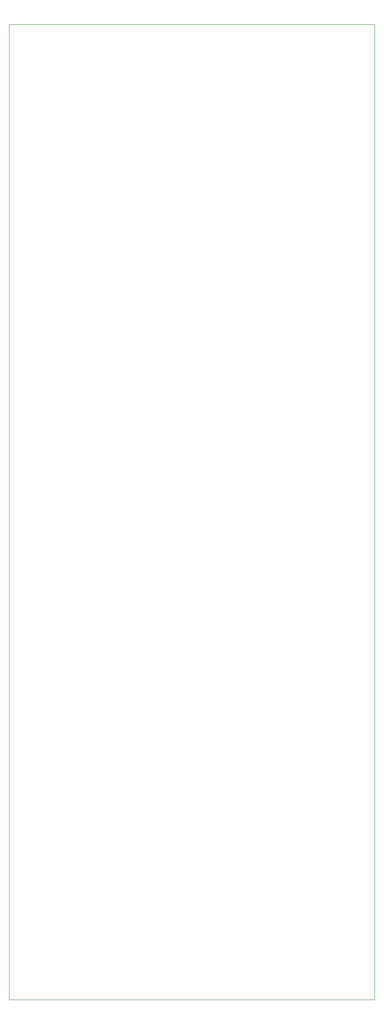
<source format=gbr>
G04 #@! TF.GenerationSoftware,KiCad,Pcbnew,(5.1.7)-1*
G04 #@! TF.CreationDate,2023-03-06T19:58:32+00:00*
G04 #@! TF.ProjectId,KOSMO-POLY6-JACKS,4b4f534d-4f2d-4504-9f4c-59362d4a4143,V0.1.0*
G04 #@! TF.SameCoordinates,Original*
G04 #@! TF.FileFunction,Profile,NP*
%FSLAX46Y46*%
G04 Gerber Fmt 4.6, Leading zero omitted, Abs format (unit mm)*
G04 Created by KiCad (PCBNEW (5.1.7)-1) date 2023-03-06 19:58:32*
%MOMM*%
%LPD*%
G01*
G04 APERTURE LIST*
G04 #@! TA.AperFunction,Profile*
%ADD10C,0.050000*%
G04 #@! TD*
G04 APERTURE END LIST*
D10*
X105539000Y-204782000D02*
X105539000Y-4782000D01*
X180539000Y-204782000D02*
X105539000Y-204782000D01*
X180539000Y-4782000D02*
X105539000Y-4782000D01*
X180539000Y-204782000D02*
X180539000Y-4782000D01*
M02*

</source>
